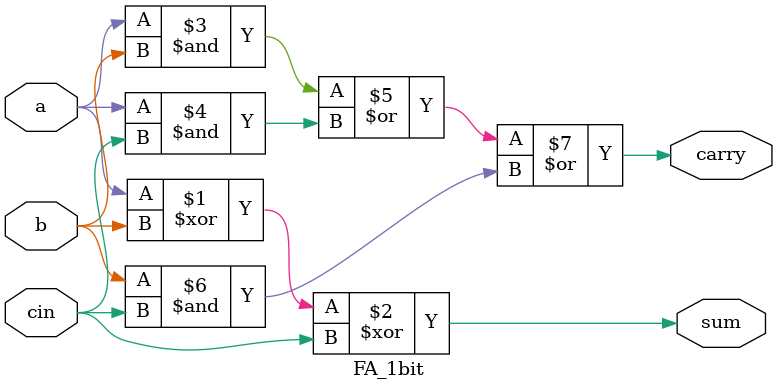
<source format=v>
/* Full Adder (1 bit) */
module FA_1bit(
    // Input signals
    a,
    b,
    cin,
    // Output signals
    sum,
    carry
);

input a, b, cin;
output sum, carry;

assign sum = a ^ b ^ cin;
assign carry = (a & b) | (a & cin) | (b & cin);

endmodule
</source>
